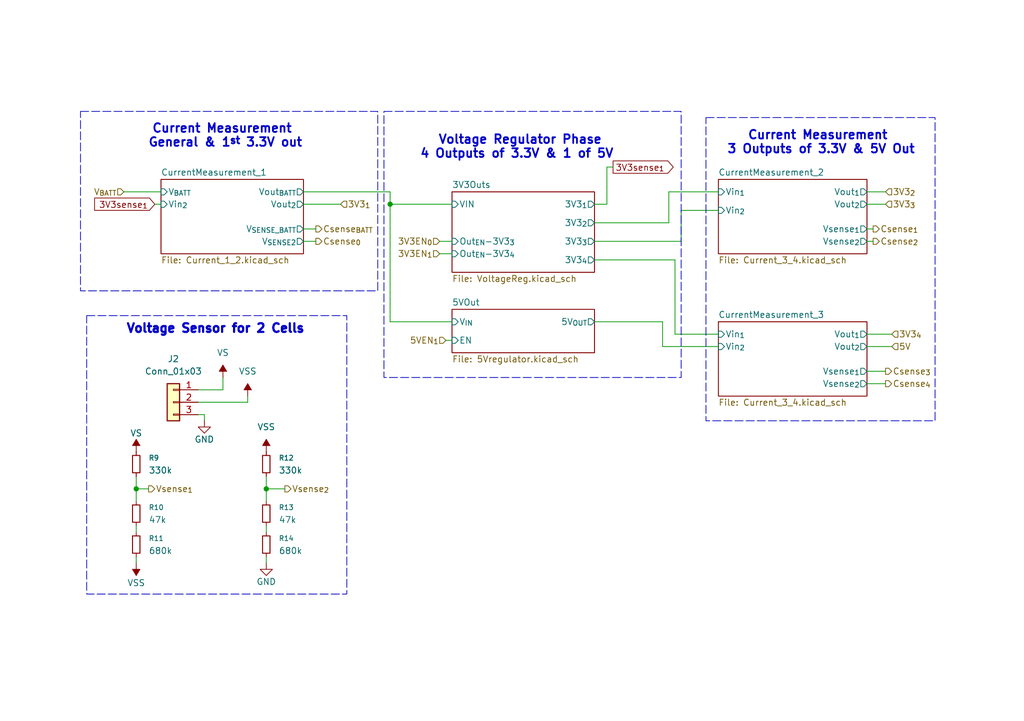
<source format=kicad_sch>
(kicad_sch (version 20250114) (generator "eeschema") (generator_version "9.0")
  (paper "A5")
  (lib_symbols
    (symbol "Connector_Generic:Conn_01x03" (pin_names (offset 1.016) (hide yes))
      (property "Reference" "J" (at 0 5.08 0))
      (property "Value" "Conn_01x03" (at 0 -5.08 0))
      (symbol "Conn_01x03_1_1"
        (rectangle (start -1.27 3.81) (end 1.27 -3.81) (stroke (width 0.254)) (fill (type background)))
        (rectangle (start -1.27 2.667) (end 0 2.413) (stroke (width 0.1524)))
        (rectangle (start -1.27 0.127) (end 0 -0.127) (stroke (width 0.1524)))
        (rectangle (start -1.27 -2.413) (end 0 -2.667) (stroke (width 0.1524)))
        (pin passive line (at -5.08 2.54 0) (length 3.81) (name "Pin_1") (number "1"))
        (pin passive line (at -5.08 0 0) (length 3.81) (name "Pin_2") (number "2"))
        (pin passive line (at -5.08 -2.54 0) (length 3.81) (name "Pin_3") (number "3"))
      )
    )
    (symbol "Device:R_Small" (pin_numbers (hide yes)) (pin_names (offset 0.254) (hide yes))
      (property "Reference" "R" (at 0 0 90))
      (property "Value" "R_Small" (at 1.778 0 90))
      (symbol "R_Small_0_1"
        (rectangle (start -0.762 1.778) (end 0.762 -1.778) (stroke (width 0.2032)))
      )
      (symbol "R_Small_1_1"
        (pin passive line (at 0 2.54 270) (length 0.762) (name "~") (number "1"))
        (pin passive line (at 0 -2.54 90) (length 0.762) (name "~") (number "2"))
      )
    )
    (symbol "power:GND" (power) (pin_numbers (hide yes)) (pin_names (offset 0) (hide yes))
      (property "Value" "GND" (at 0 -3.81 0))
      (symbol "GND_0_1"
        (polyline (pts (xy 0 0) (xy 0 -1.27) (xy 1.27 -1.27) (xy 0 -2.54) (xy -1.27 -1.27) (xy 0 -1.27)))
      )
      (symbol "GND_1_1"
        (pin power_in line (at 0 0 270) (length 0) (name "~") (number "1"))
      )
    )
    (symbol "power:VS" (power) (pin_numbers (hide yes)) (pin_names (offset 0) (hide yes))
      (property "Value" "VS" (at 0 3.556 0))
      (symbol "VS_0_1"
        (polyline (pts (xy 0 0) (xy 0 2.54)))
        (polyline (pts (xy 0.762 1.27) (xy -0.762 1.27) (xy 0 2.54) (xy 0.762 1.27)) (fill (type outline)))
      )
      (symbol "VS_1_1"
        (pin power_in line (at 0 0 90) (length 0) (name "~") (number "1"))
      )
    )
    (symbol "power:VSS" (power) (pin_numbers (hide yes)) (pin_names (offset 0) (hide yes))
      (property "Value" "VSS" (at 0 3.556 0))
      (symbol "VSS_0_1"
        (polyline (pts (xy 0 0) (xy 0 2.54)))
        (polyline (pts (xy 0.762 1.27) (xy -0.762 1.27) (xy 0 2.54) (xy 0.762 1.27)) (fill (type outline)))
      )
      (symbol "VSS_1_1"
        (pin power_in line (at 0 0 90) (length 0) (name "~") (number "1"))
      )
    )
  )
  (rectangle (start 17.78 64.77) (end 71.12 121.92) (stroke (width 0) (type dash)))
  (rectangle (start 78.74 22.86) (end 139.7 77.47) (stroke (width 0) (type dash)))
  (rectangle (start 144.78 24.13) (end 191.77 86.36) (stroke (width 0) (type dash)))
  (rectangle (start 16.51 22.86) (end 77.47 59.69) (stroke (width 0) (type dash)))
  (text "Current Measurement \n3 Outputs of 3.3V & 5V Out\n\n" (at 168.402 30.734 0) (effects (font (size 1.778 1.778) (thickness 0.3556) (bold yes))))
  (text "Voltage Regulator Phase\n4 Outputs of 3.3V & 1 of 5V \n" (at 106.68 30.226 0) (effects (font (size 1.778 1.778) (thickness 0.3556) (bold yes))))
  (text "Voltage Sensor for 2 Cells" (at 44.196 67.564 0) (effects (font (size 1.778 1.778) (thickness 0.4572) (bold yes))))
  (text "Current Measurement \nGeneral & 1^{st} 3.3V out\n" (at 46.228 27.94 0) (effects (font (size 1.778 1.778) (thickness 0.3556) (bold yes))))
  (junction (at 27.94 100.33))
  (junction (at 54.61 100.33))
  (junction (at 80.01 41.91))
  (wire (pts (xy 137.16 39.37) (xy 137.16 45.72)))
  (wire (pts (xy 64.77 49.53) (xy 62.23 49.53)))
  (wire (pts (xy 80.01 41.91) (xy 92.71 41.91)))
  (wire (pts (xy 50.8 81.28) (xy 50.8 82.55)))
  (wire (pts (xy 25.4 39.37) (xy 33.02 39.37)))
  (wire (pts (xy 137.16 39.37) (xy 147.32 39.37)))
  (wire (pts (xy 121.92 49.53) (xy 139.7 49.53)))
  (wire (pts (xy 121.92 53.34) (xy 138.43 53.34)))
  (wire (pts (xy 181.61 41.91) (xy 177.8 41.91)))
  (wire (pts (xy 80.01 41.91) (xy 80.01 39.37)))
  (wire (pts (xy 69.85 41.91) (xy 62.23 41.91)))
  (wire (pts (xy 124.46 34.29) (xy 124.46 41.91)))
  (wire (pts (xy 64.77 46.99) (xy 62.23 46.99)))
  (wire (pts (xy 90.17 49.53) (xy 92.71 49.53)))
  (wire (pts (xy 139.7 43.18) (xy 147.32 43.18)))
  (wire (pts (xy 138.43 53.34) (xy 138.43 68.58)))
  (wire (pts (xy 179.07 46.99) (xy 177.8 46.99)))
  (wire (pts (xy 91.44 69.85) (xy 92.71 69.85)))
  (wire (pts (xy 41.91 86.36) (xy 41.91 85.09)))
  (wire (pts (xy 62.23 39.37) (xy 80.01 39.37)))
  (wire (pts (xy 177.8 68.58) (xy 182.88 68.58)))
  (wire (pts (xy 41.91 85.09) (xy 40.64 85.09)))
  (wire (pts (xy 121.92 66.04) (xy 135.89 66.04)))
  (wire (pts (xy 125.73 34.29) (xy 124.46 34.29)))
  (wire (pts (xy 27.94 115.57) (xy 27.94 114.3)))
  (wire (pts (xy 50.8 82.55) (xy 40.64 82.55)))
  (wire (pts (xy 121.92 45.72) (xy 137.16 45.72)))
  (wire (pts (xy 181.61 76.2) (xy 177.8 76.2)))
  (wire (pts (xy 80.01 41.91) (xy 80.01 66.04)))
  (wire (pts (xy 54.61 109.22) (xy 54.61 107.95)))
  (wire (pts (xy 181.61 78.74) (xy 177.8 78.74)))
  (wire (pts (xy 45.72 80.01) (xy 40.64 80.01)))
  (wire (pts (xy 30.48 100.33) (xy 27.94 100.33)))
  (wire (pts (xy 27.94 100.33) (xy 27.94 97.79)))
  (wire (pts (xy 135.89 66.04) (xy 135.89 71.12)))
  (wire (pts (xy 179.07 49.53) (xy 177.8 49.53)))
  (wire (pts (xy 135.89 71.12) (xy 147.32 71.12)))
  (wire (pts (xy 177.8 71.12) (xy 182.88 71.12)))
  (wire (pts (xy 54.61 97.79) (xy 54.61 100.33)))
  (wire (pts (xy 80.01 66.04) (xy 92.71 66.04)))
  (wire (pts (xy 90.17 52.07) (xy 92.71 52.07)))
  (wire (pts (xy 54.61 100.33) (xy 54.61 102.87)))
  (wire (pts (xy 27.94 102.87) (xy 27.94 100.33)))
  (wire (pts (xy 58.42 100.33) (xy 54.61 100.33)))
  (wire (pts (xy 138.43 68.58) (xy 147.32 68.58)))
  (wire (pts (xy 54.61 115.57) (xy 54.61 114.3)))
  (wire (pts (xy 31.75 41.91) (xy 33.02 41.91)))
  (wire (pts (xy 139.7 43.18) (xy 139.7 49.53)))
  (wire (pts (xy 45.72 77.47) (xy 45.72 80.01)))
  (wire (pts (xy 124.46 41.91) (xy 121.92 41.91)))
  (wire (pts (xy 181.61 39.37) (xy 177.8 39.37)))
  (wire (pts (xy 27.94 109.22) (xy 27.94 107.95)))
  (global_label "3V3sense_{1}" (shape input) (at 31.75 41.91 180) (property "Intersheetrefs" "${INTERSHEET_REFS}" (effects (hide yes))))
  (global_label "3V3sense_{1}" (shape output) (at 125.73 34.29 0) (property "Intersheetrefs" "${INTERSHEET_REFS}" (effects (hide yes))))
  (hierarchical_label "Vsense_{1}" (shape output) (at 30.48 100.33 0))
  (hierarchical_label "Vsense_{2}" (shape output) (at 58.42 100.33 0))
  (hierarchical_label "3V3_{2}" (shape input) (at 181.61 39.37 0))
  (hierarchical_label "3V3EN_{1}" (shape input) (at 90.17 52.07 180))
  (hierarchical_label "3V3_{3}" (shape input) (at 181.61 41.91 0))
  (hierarchical_label "Csense_{1}" (shape output) (at 179.07 46.99 0))
  (hierarchical_label "3V3EN_{0}" (shape input) (at 90.17 49.53 180))
  (hierarchical_label "5VEN_{1}" (shape input) (at 91.44 69.85 180))
  (hierarchical_label "Csense_{4}" (shape output) (at 181.61 78.74 0))
  (hierarchical_label "3V3_{1}" (shape input) (at 69.85 41.91 0))
  (hierarchical_label "Csense_{3}" (shape output) (at 181.61 76.2 0))
  (hierarchical_label "3V3_{4}" (shape input) (at 182.88 68.58 0))
  (hierarchical_label "5V" (shape input) (at 182.88 71.12 0))
  (hierarchical_label "V_{BATT}" (shape input) (at 25.4 39.37 180))
  (hierarchical_label "Csense_{2}" (shape output) (at 179.07 49.53 0))
  (hierarchical_label "Csense_{BATT}" (shape output) (at 64.77 46.99 0))
  (hierarchical_label "Csense_{0}" (shape output) (at 64.77 49.53 0))
  (symbol (lib_id "Device:R_Small") (at 54.61 111.76 0) (unit 1)
    (property "Reference" "R14" (at 57.15 110.4899 0) (effects (font (size 1.016 1.016)) (justify left)))
    (property "Value" "680k" (at 57.15 113.0299 0) (effects (justify left)))
    (property "Description" "Resistor, small symbol" (effects (hide yes)))
  )
  (symbol (lib_id "Device:R_Small") (at 27.94 105.41 0) (unit 1)
    (property "Reference" "R10" (at 30.48 104.1399 0) (effects (font (size 1.016 1.016)) (justify left)))
    (property "Value" "47k" (at 30.48 106.6799 0) (effects (justify left)))
    (property "Description" "Resistor, small symbol" (effects (hide yes)))
  )
  (symbol (lib_id "Connector_Generic:Conn_01x03") (at 35.56 82.55 0) (mirror y) (unit 1)
    (property "Reference" "J2" (at 35.56 73.66 0))
    (property "Value" "Conn_01x03" (at 35.56 76.2 0))
    (property "Description" "Generic connector, single row, 01x03, script generated (kicad-library-utils/schlib/autogen/connector/)" (effects (hide yes)))
  )
  (symbol (lib_id "Device:R_Small") (at 27.94 95.25 0) (unit 1)
    (property "Reference" "R9" (at 30.48 93.9799 0) (effects (font (size 1.016 1.016)) (justify left)))
    (property "Value" "330k" (at 30.48 96.5199 0) (effects (justify left)))
    (property "Description" "Resistor, small symbol" (effects (hide yes)))
  )
  (symbol (lib_id "power:GND") (at 54.61 115.57 0) (unit 1)
    (property "Reference" "#PWR020" (effects (hide yes)))
    (property "Value" "GND" (at 54.61 119.38 0))
    (property "Description" "Power symbol creates a global label with name \"GND\" , ground" (effects (hide yes)))
  )
  (symbol (lib_id "Device:R_Small") (at 27.94 111.76 0) (unit 1)
    (property "Reference" "R11" (at 30.48 110.4899 0) (effects (font (size 1.016 1.016)) (justify left)))
    (property "Value" "680k" (at 30.48 113.0299 0) (effects (justify left)))
    (property "Description" "Resistor, small symbol" (effects (hide yes)))
  )
  (symbol (lib_id "Device:R_Small") (at 54.61 105.41 0) (unit 1)
    (property "Reference" "R13" (at 57.15 104.1399 0) (effects (font (size 1.016 1.016)) (justify left)))
    (property "Value" "47k" (at 57.15 106.6799 0) (effects (justify left)))
    (property "Description" "Resistor, small symbol" (effects (hide yes)))
  )
  (symbol (lib_id "power:VSS") (at 50.8 81.28 0) (unit 1)
    (property "Reference" "#PWR018" (effects (hide yes)))
    (property "Value" "VSS" (at 50.8 76.2 0))
    (property "Description" "Power symbol creates a global label with name \"VSS\"" (effects (hide yes)))
  )
  (symbol (lib_id "Device:R_Small") (at 54.61 95.25 0) (unit 1)
    (property "Reference" "R12" (at 57.15 93.9799 0) (effects (font (size 1.016 1.016)) (justify left)))
    (property "Value" "330k" (at 57.15 96.5199 0) (effects (justify left)))
    (property "Description" "Resistor, small symbol" (effects (hide yes)))
  )
  (symbol (lib_id "power:VSS") (at 54.61 92.71 0) (unit 1)
    (property "Reference" "#PWR019" (effects (hide yes)))
    (property "Value" "VSS" (at 54.61 87.63 0))
    (property "Description" "Power symbol creates a global label with name \"VSS\"" (effects (hide yes)))
  )
  (symbol (lib_id "power:GND") (at 41.91 86.36 0) (unit 1)
    (property "Reference" "#PWR016" (effects (hide yes)))
    (property "Value" "GND" (at 41.91 90.17 0))
    (property "Description" "Power symbol creates a global label with name \"GND\" , ground" (effects (hide yes)))
  )
  (symbol (lib_id "power:VS") (at 45.72 77.47 0) (unit 1)
    (property "Reference" "#PWR017" (effects (hide yes)))
    (property "Value" "VS" (at 45.72 72.39 0))
    (property "Description" "Power symbol creates a global label with name \"VS\"" (effects (hide yes)))
  )
  (symbol (lib_id "power:VSS") (at 27.94 115.57 180) (unit 1)
    (property "Reference" "#PWR015" (effects (hide yes)))
    (property "Value" "VSS" (at 27.94 119.634 0))
    (property "Description" "Power symbol creates a global label with name \"VSS\"" (effects (hide yes)))
  )
  (symbol (lib_id "power:VS") (at 27.94 92.71 0) (unit 1)
    (property "Reference" "#PWR014" (effects (hide yes)))
    (property "Value" "VS" (at 27.94 88.9 0))
    (property "Description" "Power symbol creates a global label with name \"VS\"" (effects (hide yes)))
  )
  (sheet (at 147.32 66.04) (size 30.48 15.24) (stroke (width 0.1524))
    (property "Sheetname" "CurrentMeasurement_3" (at 147.32 65.3284 0) (effects (justify left bottom)))
    (property "Sheetfile" "Current_3_4.kicad_sch" (at 147.32 81.8646 0) (effects (justify left top)))
    (pin "Vin_{1}" input (at 147.32 68.58 180))
    (pin "Vin_{2}" input (at 147.32 71.12 180))
    (pin "Vout_{1}" output (at 177.8 68.58 0))
    (pin "Vout_{2}" output (at 177.8 71.12 0))
    (pin "Vsense_{1}" output (at 177.8 76.2 0))
    (pin "Vsense_{2}" output (at 177.8 78.74 0))
  )
  (sheet (at 92.71 39.37) (size 29.21 16.51) (stroke (width 0.1524))
    (property "Sheetname" "3V3Outs" (at 92.71 38.6584 0) (effects (justify left bottom)))
    (property "Sheetfile" "VoltageReg.kicad_sch" (at 92.71 56.4646 0) (effects (justify left top)))
    (pin "3V3_{1}" output (at 121.92 41.91 0))
    (pin "3V3_{2}" output (at 121.92 45.72 0))
    (pin "VIN" input (at 92.71 41.91 180))
    (pin "3V3_{3}" output (at 121.92 49.53 0))
    (pin "3V3_{4}" output (at 121.92 53.34 0))
    (pin "Out_{EN}-3V3_{3}" input (at 92.71 49.53 180))
    (pin "Out_{EN}-3V3_{4}" input (at 92.71 52.07 180))
  )
  (sheet (at 33.02 36.83) (size 29.21 15.24) (stroke (width 0.1524))
    (property "Sheetname" "CurrentMeasurement_1" (at 33.02 36.1184 0) (effects (justify left bottom)))
    (property "Sheetfile" "Current_1_2.kicad_sch" (at 33.02 52.6546 0) (effects (justify left top)))
    (pin "Vin_{2}" input (at 33.02 41.91 180))
    (pin "Vout_{2}" output (at 62.23 41.91 0))
    (pin "V_{SENSE2}" output (at 62.23 49.53 0))
    (pin "V_{BATT}" input (at 33.02 39.37 180))
    (pin "V_{SENSE_BATT}" output (at 62.23 46.99 0))
    (pin "Vout_{BATT}" output (at 62.23 39.37 0))
  )
  (sheet (at 147.32 36.83) (size 30.48 15.24) (stroke (width 0.1524))
    (property "Sheetname" "CurrentMeasurement_2" (at 147.32 36.1184 0) (effects (justify left bottom)))
    (property "Sheetfile" "Current_3_4.kicad_sch" (at 147.32 52.6546 0) (effects (justify left top)))
    (pin "Vin_{1}" input (at 147.32 39.37 180))
    (pin "Vin_{2}" input (at 147.32 43.18 180))
    (pin "Vout_{1}" output (at 177.8 39.37 0))
    (pin "Vout_{2}" output (at 177.8 41.91 0))
    (pin "Vsense_{1}" output (at 177.8 46.99 0))
    (pin "Vsense_{2}" output (at 177.8 49.53 0))
  )
  (sheet (at 92.71 63.5) (size 29.21 8.89) (stroke (width 0.1524))
    (property "Sheetname" "5VOut" (at 92.71 62.7884 0) (effects (justify left bottom)))
    (property "Sheetfile" "5Vregulator.kicad_sch" (at 92.71 72.9746 0) (effects (justify left top)))
    (pin "5V_{OUT}" output (at 121.92 66.04 0))
    (pin "EN" input (at 92.71 69.85 180))
    (pin "V_{IN}" input (at 92.71 66.04 180))
  )
)
</source>
